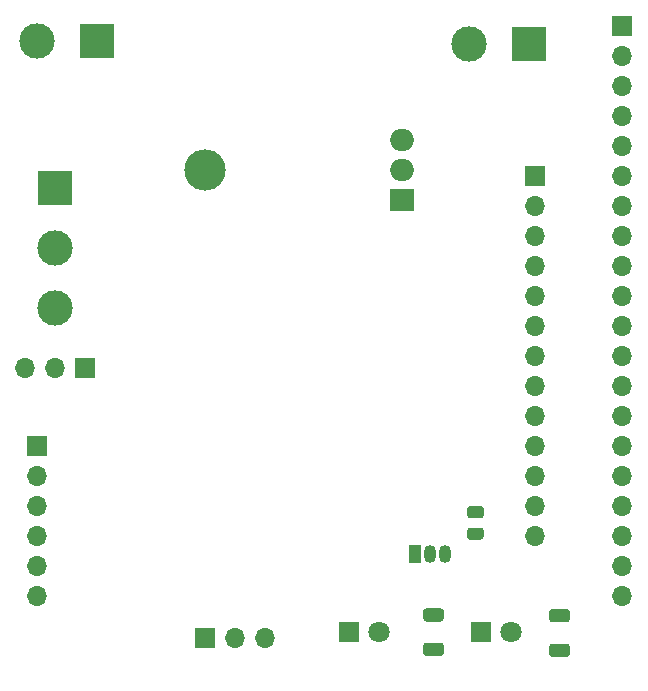
<source format=gbr>
%TF.GenerationSoftware,KiCad,Pcbnew,(5.1.10)-1*%
%TF.CreationDate,2021-08-05T17:27:16+03:00*%
%TF.ProjectId,YevgeniK,59657667-656e-4694-9b2e-6b696361645f,rev?*%
%TF.SameCoordinates,Original*%
%TF.FileFunction,Soldermask,Bot*%
%TF.FilePolarity,Negative*%
%FSLAX46Y46*%
G04 Gerber Fmt 4.6, Leading zero omitted, Abs format (unit mm)*
G04 Created by KiCad (PCBNEW (5.1.10)-1) date 2021-08-05 17:27:16*
%MOMM*%
%LPD*%
G01*
G04 APERTURE LIST*
%ADD10C,3.000000*%
%ADD11R,3.000000X3.000000*%
%ADD12O,2.000000X1.905000*%
%ADD13R,2.000000X1.905000*%
%ADD14O,3.500000X3.500000*%
%ADD15R,1.050000X1.500000*%
%ADD16O,1.050000X1.500000*%
%ADD17O,1.700000X1.700000*%
%ADD18R,1.700000X1.700000*%
%ADD19C,1.800000*%
%ADD20R,1.800000X1.800000*%
G04 APERTURE END LIST*
D10*
%TO.C,J6*%
X143764000Y-100076000D03*
X143764000Y-94996000D03*
D11*
X143764000Y-89916000D03*
%TD*%
D10*
%TO.C,J3*%
X178816000Y-77724000D03*
D11*
X183896000Y-77724000D03*
%TD*%
%TO.C,R3*%
G36*
G01*
X178873999Y-118660500D02*
X179774001Y-118660500D01*
G75*
G02*
X180024000Y-118910499I0J-249999D01*
G01*
X180024000Y-119435501D01*
G75*
G02*
X179774001Y-119685500I-249999J0D01*
G01*
X178873999Y-119685500D01*
G75*
G02*
X178624000Y-119435501I0J249999D01*
G01*
X178624000Y-118910499D01*
G75*
G02*
X178873999Y-118660500I249999J0D01*
G01*
G37*
G36*
G01*
X178873999Y-116835500D02*
X179774001Y-116835500D01*
G75*
G02*
X180024000Y-117085499I0J-249999D01*
G01*
X180024000Y-117610501D01*
G75*
G02*
X179774001Y-117860500I-249999J0D01*
G01*
X178873999Y-117860500D01*
G75*
G02*
X178624000Y-117610501I0J249999D01*
G01*
X178624000Y-117085499D01*
G75*
G02*
X178873999Y-116835500I249999J0D01*
G01*
G37*
%TD*%
%TO.C,R2*%
G36*
G01*
X185810999Y-128469500D02*
X187061001Y-128469500D01*
G75*
G02*
X187311000Y-128719499I0J-249999D01*
G01*
X187311000Y-129344501D01*
G75*
G02*
X187061001Y-129594500I-249999J0D01*
G01*
X185810999Y-129594500D01*
G75*
G02*
X185561000Y-129344501I0J249999D01*
G01*
X185561000Y-128719499D01*
G75*
G02*
X185810999Y-128469500I249999J0D01*
G01*
G37*
G36*
G01*
X185810999Y-125544500D02*
X187061001Y-125544500D01*
G75*
G02*
X187311000Y-125794499I0J-249999D01*
G01*
X187311000Y-126419501D01*
G75*
G02*
X187061001Y-126669500I-249999J0D01*
G01*
X185810999Y-126669500D01*
G75*
G02*
X185561000Y-126419501I0J249999D01*
G01*
X185561000Y-125794499D01*
G75*
G02*
X185810999Y-125544500I249999J0D01*
G01*
G37*
%TD*%
%TO.C,R1*%
G36*
G01*
X175142999Y-128408000D02*
X176393001Y-128408000D01*
G75*
G02*
X176643000Y-128657999I0J-249999D01*
G01*
X176643000Y-129283001D01*
G75*
G02*
X176393001Y-129533000I-249999J0D01*
G01*
X175142999Y-129533000D01*
G75*
G02*
X174893000Y-129283001I0J249999D01*
G01*
X174893000Y-128657999D01*
G75*
G02*
X175142999Y-128408000I249999J0D01*
G01*
G37*
G36*
G01*
X175142999Y-125483000D02*
X176393001Y-125483000D01*
G75*
G02*
X176643000Y-125732999I0J-249999D01*
G01*
X176643000Y-126358001D01*
G75*
G02*
X176393001Y-126608000I-249999J0D01*
G01*
X175142999Y-126608000D01*
G75*
G02*
X174893000Y-126358001I0J249999D01*
G01*
X174893000Y-125732999D01*
G75*
G02*
X175142999Y-125483000I249999J0D01*
G01*
G37*
%TD*%
D12*
%TO.C,Q2*%
X173124000Y-85852000D03*
X173124000Y-88392000D03*
D13*
X173124000Y-90932000D03*
D14*
X156464000Y-88392000D03*
%TD*%
D15*
%TO.C,Q1*%
X174244000Y-120904000D03*
D16*
X176784000Y-120904000D03*
X175514000Y-120904000D03*
%TD*%
D17*
%TO.C,J8*%
X184404000Y-119380000D03*
X184404000Y-116840000D03*
X184404000Y-114300000D03*
X184404000Y-111760000D03*
X184404000Y-109220000D03*
X184404000Y-106680000D03*
X184404000Y-104140000D03*
X184404000Y-101600000D03*
X184404000Y-99060000D03*
X184404000Y-96520000D03*
X184404000Y-93980000D03*
X184404000Y-91440000D03*
D18*
X184404000Y-88900000D03*
%TD*%
D17*
%TO.C,J7*%
X161544000Y-128016000D03*
X159004000Y-128016000D03*
D18*
X156464000Y-128016000D03*
%TD*%
D17*
%TO.C,J5*%
X141224000Y-105156000D03*
X143764000Y-105156000D03*
D18*
X146304000Y-105156000D03*
%TD*%
D19*
%TO.C,D2*%
X182372000Y-127508000D03*
D20*
X179832000Y-127508000D03*
%TD*%
D19*
%TO.C,D1*%
X171196000Y-127508000D03*
D20*
X168656000Y-127508000D03*
%TD*%
D11*
%TO.C,J1*%
X147320000Y-77470000D03*
D10*
X142240000Y-77470000D03*
%TD*%
D18*
%TO.C,J2*%
X191770000Y-76200000D03*
D17*
X191770000Y-78740000D03*
X191770000Y-81280000D03*
X191770000Y-83820000D03*
X191770000Y-86360000D03*
X191770000Y-88900000D03*
X191770000Y-91440000D03*
X191770000Y-93980000D03*
X191770000Y-96520000D03*
X191770000Y-99060000D03*
X191770000Y-101600000D03*
X191770000Y-104140000D03*
X191770000Y-106680000D03*
X191770000Y-109220000D03*
X191770000Y-111760000D03*
X191770000Y-114300000D03*
X191770000Y-116840000D03*
X191770000Y-119380000D03*
X191770000Y-121920000D03*
X191770000Y-124460000D03*
%TD*%
D18*
%TO.C,J4*%
X142240000Y-111760000D03*
D17*
X142240000Y-114300000D03*
X142240000Y-116840000D03*
X142240000Y-119380000D03*
X142240000Y-121920000D03*
X142240000Y-124460000D03*
%TD*%
M02*

</source>
